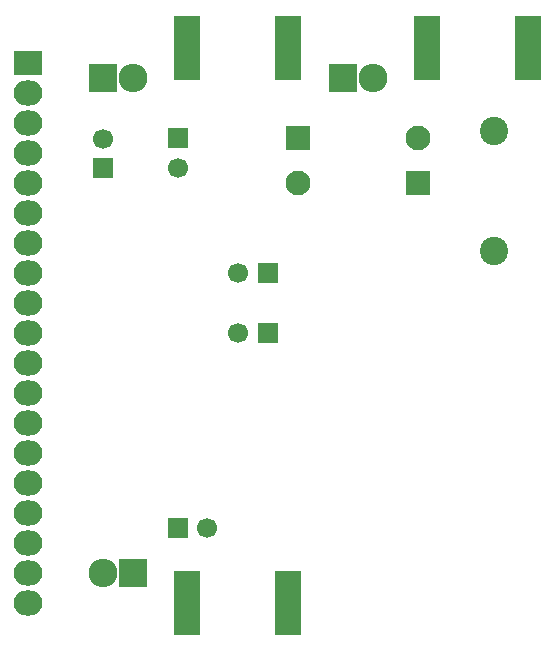
<source format=gbr>
G04 #@! TF.FileFunction,Soldermask,Bot*
%FSLAX46Y46*%
G04 Gerber Fmt 4.6, Leading zero omitted, Abs format (unit mm)*
G04 Created by KiCad (PCBNEW 4.0.6-e0-6349~53~ubuntu16.04.1) date Thu Oct  5 16:52:54 2017*
%MOMM*%
%LPD*%
G01*
G04 APERTURE LIST*
%ADD10C,0.100000*%
%ADD11R,1.700000X1.700000*%
%ADD12C,1.700000*%
%ADD13C,2.099260*%
%ADD14R,2.099260X2.099260*%
%ADD15R,2.432000X2.127200*%
%ADD16O,2.432000X2.127200*%
%ADD17R,2.178000X5.480000*%
%ADD18R,2.432000X2.432000*%
%ADD19O,2.432000X2.432000*%
%ADD20C,2.398980*%
G04 APERTURE END LIST*
D10*
D11*
X93980000Y-132080000D03*
D12*
X93980000Y-129580000D03*
D11*
X100330000Y-129540000D03*
D12*
X100330000Y-132040000D03*
D11*
X100330000Y-162560000D03*
D12*
X102830000Y-162560000D03*
D11*
X107950000Y-140970000D03*
D12*
X105450000Y-140970000D03*
D11*
X107950000Y-146050000D03*
D12*
X105450000Y-146050000D03*
D13*
X120650520Y-129537460D03*
D14*
X110490520Y-129537460D03*
D13*
X110489480Y-133352540D03*
D14*
X120649480Y-133352540D03*
D15*
X87630000Y-123190000D03*
D16*
X87630000Y-125730000D03*
X87630000Y-128270000D03*
X87630000Y-130810000D03*
X87630000Y-133350000D03*
X87630000Y-135890000D03*
X87630000Y-138430000D03*
X87630000Y-140970000D03*
X87630000Y-143510000D03*
X87630000Y-146050000D03*
X87630000Y-148590000D03*
X87630000Y-151130000D03*
X87630000Y-153670000D03*
X87630000Y-156210000D03*
X87630000Y-158750000D03*
X87630000Y-161290000D03*
X87630000Y-163830000D03*
X87630000Y-166370000D03*
X87630000Y-168910000D03*
D17*
X101155500Y-168910000D03*
X109664500Y-168910000D03*
D18*
X96520000Y-166370000D03*
D19*
X93980000Y-166370000D03*
D17*
X121475500Y-121920000D03*
X129984500Y-121920000D03*
X101155500Y-121920000D03*
X109664500Y-121920000D03*
D18*
X114300000Y-124460000D03*
D19*
X116840000Y-124460000D03*
D18*
X93980000Y-124460000D03*
D19*
X96520000Y-124460000D03*
D20*
X127127000Y-128905000D03*
X127127000Y-139065000D03*
M02*

</source>
